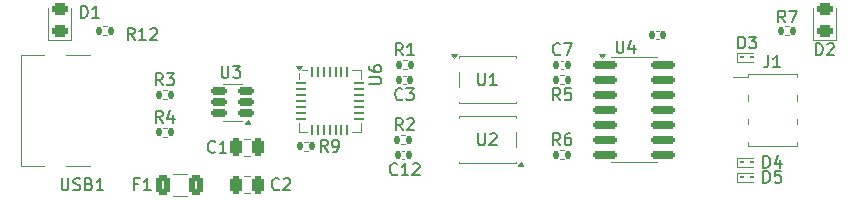
<source format=gbr>
%TF.GenerationSoftware,KiCad,Pcbnew,8.0.4+dfsg-1*%
%TF.CreationDate,2024-10-16T21:23:15+02:00*%
%TF.ProjectId,usb-serial,7573622d-7365-4726-9961-6c2e6b696361,rev?*%
%TF.SameCoordinates,Original*%
%TF.FileFunction,Legend,Top*%
%TF.FilePolarity,Positive*%
%FSLAX46Y46*%
G04 Gerber Fmt 4.6, Leading zero omitted, Abs format (unit mm)*
G04 Created by KiCad (PCBNEW 8.0.4+dfsg-1) date 2024-10-16 21:23:15*
%MOMM*%
%LPD*%
G01*
G04 APERTURE LIST*
G04 Aperture macros list*
%AMRoundRect*
0 Rectangle with rounded corners*
0 $1 Rounding radius*
0 $2 $3 $4 $5 $6 $7 $8 $9 X,Y pos of 4 corners*
0 Add a 4 corners polygon primitive as box body*
4,1,4,$2,$3,$4,$5,$6,$7,$8,$9,$2,$3,0*
0 Add four circle primitives for the rounded corners*
1,1,$1+$1,$2,$3*
1,1,$1+$1,$4,$5*
1,1,$1+$1,$6,$7*
1,1,$1+$1,$8,$9*
0 Add four rect primitives between the rounded corners*
20,1,$1+$1,$2,$3,$4,$5,0*
20,1,$1+$1,$4,$5,$6,$7,0*
20,1,$1+$1,$6,$7,$8,$9,0*
20,1,$1+$1,$8,$9,$2,$3,0*%
G04 Aperture macros list end*
%ADD10C,0.150000*%
%ADD11C,0.120000*%
%ADD12RoundRect,0.135000X-0.135000X-0.185000X0.135000X-0.185000X0.135000X0.185000X-0.135000X0.185000X0*%
%ADD13RoundRect,0.243750X0.456250X-0.243750X0.456250X0.243750X-0.456250X0.243750X-0.456250X-0.243750X0*%
%ADD14RoundRect,0.062500X0.117500X0.062500X-0.117500X0.062500X-0.117500X-0.062500X0.117500X-0.062500X0*%
%ADD15RoundRect,0.135000X0.135000X0.185000X-0.135000X0.185000X-0.135000X-0.185000X0.135000X-0.185000X0*%
%ADD16RoundRect,0.140000X-0.140000X-0.170000X0.140000X-0.170000X0.140000X0.170000X-0.140000X0.170000X0*%
%ADD17RoundRect,0.140000X0.140000X0.170000X-0.140000X0.170000X-0.140000X-0.170000X0.140000X-0.170000X0*%
%ADD18RoundRect,0.062500X-0.337500X-0.062500X0.337500X-0.062500X0.337500X0.062500X-0.337500X0.062500X0*%
%ADD19RoundRect,0.062500X-0.062500X-0.337500X0.062500X-0.337500X0.062500X0.337500X-0.062500X0.337500X0*%
%ADD20R,3.350000X3.350000*%
%ADD21RoundRect,0.250000X0.250000X0.475000X-0.250000X0.475000X-0.250000X-0.475000X0.250000X-0.475000X0*%
%ADD22R,2.000000X0.640000*%
%ADD23R,2.580000X1.000000*%
%ADD24RoundRect,0.250000X-0.250000X-0.475000X0.250000X-0.475000X0.250000X0.475000X-0.250000X0.475000X0*%
%ADD25C,0.650000*%
%ADD26R,1.450000X0.600000*%
%ADD27R,1.450000X0.300000*%
%ADD28O,2.100000X1.000000*%
%ADD29O,1.600000X1.000000*%
%ADD30RoundRect,0.150000X0.512500X0.150000X-0.512500X0.150000X-0.512500X-0.150000X0.512500X-0.150000X0*%
%ADD31RoundRect,0.150000X-0.825000X-0.150000X0.825000X-0.150000X0.825000X0.150000X-0.825000X0.150000X0*%
%ADD32RoundRect,0.250000X0.375000X0.625000X-0.375000X0.625000X-0.375000X-0.625000X0.375000X-0.625000X0*%
G04 APERTURE END LIST*
D10*
X30948333Y-22679819D02*
X30615000Y-22203628D01*
X30376905Y-22679819D02*
X30376905Y-21679819D01*
X30376905Y-21679819D02*
X30757857Y-21679819D01*
X30757857Y-21679819D02*
X30853095Y-21727438D01*
X30853095Y-21727438D02*
X30900714Y-21775057D01*
X30900714Y-21775057D02*
X30948333Y-21870295D01*
X30948333Y-21870295D02*
X30948333Y-22013152D01*
X30948333Y-22013152D02*
X30900714Y-22108390D01*
X30900714Y-22108390D02*
X30853095Y-22156009D01*
X30853095Y-22156009D02*
X30757857Y-22203628D01*
X30757857Y-22203628D02*
X30376905Y-22203628D01*
X31329286Y-21775057D02*
X31376905Y-21727438D01*
X31376905Y-21727438D02*
X31472143Y-21679819D01*
X31472143Y-21679819D02*
X31710238Y-21679819D01*
X31710238Y-21679819D02*
X31805476Y-21727438D01*
X31805476Y-21727438D02*
X31853095Y-21775057D01*
X31853095Y-21775057D02*
X31900714Y-21870295D01*
X31900714Y-21870295D02*
X31900714Y-21965533D01*
X31900714Y-21965533D02*
X31853095Y-22108390D01*
X31853095Y-22108390D02*
X31281667Y-22679819D01*
X31281667Y-22679819D02*
X31900714Y-22679819D01*
X65936905Y-16329819D02*
X65936905Y-15329819D01*
X65936905Y-15329819D02*
X66175000Y-15329819D01*
X66175000Y-15329819D02*
X66317857Y-15377438D01*
X66317857Y-15377438D02*
X66413095Y-15472676D01*
X66413095Y-15472676D02*
X66460714Y-15567914D01*
X66460714Y-15567914D02*
X66508333Y-15758390D01*
X66508333Y-15758390D02*
X66508333Y-15901247D01*
X66508333Y-15901247D02*
X66460714Y-16091723D01*
X66460714Y-16091723D02*
X66413095Y-16186961D01*
X66413095Y-16186961D02*
X66317857Y-16282200D01*
X66317857Y-16282200D02*
X66175000Y-16329819D01*
X66175000Y-16329819D02*
X65936905Y-16329819D01*
X66889286Y-15425057D02*
X66936905Y-15377438D01*
X66936905Y-15377438D02*
X67032143Y-15329819D01*
X67032143Y-15329819D02*
X67270238Y-15329819D01*
X67270238Y-15329819D02*
X67365476Y-15377438D01*
X67365476Y-15377438D02*
X67413095Y-15425057D01*
X67413095Y-15425057D02*
X67460714Y-15520295D01*
X67460714Y-15520295D02*
X67460714Y-15615533D01*
X67460714Y-15615533D02*
X67413095Y-15758390D01*
X67413095Y-15758390D02*
X66841667Y-16329819D01*
X66841667Y-16329819D02*
X67460714Y-16329819D01*
X59371905Y-15764819D02*
X59371905Y-14764819D01*
X59371905Y-14764819D02*
X59610000Y-14764819D01*
X59610000Y-14764819D02*
X59752857Y-14812438D01*
X59752857Y-14812438D02*
X59848095Y-14907676D01*
X59848095Y-14907676D02*
X59895714Y-15002914D01*
X59895714Y-15002914D02*
X59943333Y-15193390D01*
X59943333Y-15193390D02*
X59943333Y-15336247D01*
X59943333Y-15336247D02*
X59895714Y-15526723D01*
X59895714Y-15526723D02*
X59848095Y-15621961D01*
X59848095Y-15621961D02*
X59752857Y-15717200D01*
X59752857Y-15717200D02*
X59610000Y-15764819D01*
X59610000Y-15764819D02*
X59371905Y-15764819D01*
X60276667Y-14764819D02*
X60895714Y-14764819D01*
X60895714Y-14764819D02*
X60562381Y-15145771D01*
X60562381Y-15145771D02*
X60705238Y-15145771D01*
X60705238Y-15145771D02*
X60800476Y-15193390D01*
X60800476Y-15193390D02*
X60848095Y-15241009D01*
X60848095Y-15241009D02*
X60895714Y-15336247D01*
X60895714Y-15336247D02*
X60895714Y-15574342D01*
X60895714Y-15574342D02*
X60848095Y-15669580D01*
X60848095Y-15669580D02*
X60800476Y-15717200D01*
X60800476Y-15717200D02*
X60705238Y-15764819D01*
X60705238Y-15764819D02*
X60419524Y-15764819D01*
X60419524Y-15764819D02*
X60324286Y-15717200D01*
X60324286Y-15717200D02*
X60276667Y-15669580D01*
X61491905Y-25854819D02*
X61491905Y-24854819D01*
X61491905Y-24854819D02*
X61730000Y-24854819D01*
X61730000Y-24854819D02*
X61872857Y-24902438D01*
X61872857Y-24902438D02*
X61968095Y-24997676D01*
X61968095Y-24997676D02*
X62015714Y-25092914D01*
X62015714Y-25092914D02*
X62063333Y-25283390D01*
X62063333Y-25283390D02*
X62063333Y-25426247D01*
X62063333Y-25426247D02*
X62015714Y-25616723D01*
X62015714Y-25616723D02*
X61968095Y-25711961D01*
X61968095Y-25711961D02*
X61872857Y-25807200D01*
X61872857Y-25807200D02*
X61730000Y-25854819D01*
X61730000Y-25854819D02*
X61491905Y-25854819D01*
X62920476Y-25188152D02*
X62920476Y-25854819D01*
X62682381Y-24807200D02*
X62444286Y-25521485D01*
X62444286Y-25521485D02*
X63063333Y-25521485D01*
X10628333Y-18869819D02*
X10295000Y-18393628D01*
X10056905Y-18869819D02*
X10056905Y-17869819D01*
X10056905Y-17869819D02*
X10437857Y-17869819D01*
X10437857Y-17869819D02*
X10533095Y-17917438D01*
X10533095Y-17917438D02*
X10580714Y-17965057D01*
X10580714Y-17965057D02*
X10628333Y-18060295D01*
X10628333Y-18060295D02*
X10628333Y-18203152D01*
X10628333Y-18203152D02*
X10580714Y-18298390D01*
X10580714Y-18298390D02*
X10533095Y-18346009D01*
X10533095Y-18346009D02*
X10437857Y-18393628D01*
X10437857Y-18393628D02*
X10056905Y-18393628D01*
X10961667Y-17869819D02*
X11580714Y-17869819D01*
X11580714Y-17869819D02*
X11247381Y-18250771D01*
X11247381Y-18250771D02*
X11390238Y-18250771D01*
X11390238Y-18250771D02*
X11485476Y-18298390D01*
X11485476Y-18298390D02*
X11533095Y-18346009D01*
X11533095Y-18346009D02*
X11580714Y-18441247D01*
X11580714Y-18441247D02*
X11580714Y-18679342D01*
X11580714Y-18679342D02*
X11533095Y-18774580D01*
X11533095Y-18774580D02*
X11485476Y-18822200D01*
X11485476Y-18822200D02*
X11390238Y-18869819D01*
X11390238Y-18869819D02*
X11104524Y-18869819D01*
X11104524Y-18869819D02*
X11009286Y-18822200D01*
X11009286Y-18822200D02*
X10961667Y-18774580D01*
X63333333Y-13557319D02*
X63000000Y-13081128D01*
X62761905Y-13557319D02*
X62761905Y-12557319D01*
X62761905Y-12557319D02*
X63142857Y-12557319D01*
X63142857Y-12557319D02*
X63238095Y-12604938D01*
X63238095Y-12604938D02*
X63285714Y-12652557D01*
X63285714Y-12652557D02*
X63333333Y-12747795D01*
X63333333Y-12747795D02*
X63333333Y-12890652D01*
X63333333Y-12890652D02*
X63285714Y-12985890D01*
X63285714Y-12985890D02*
X63238095Y-13033509D01*
X63238095Y-13033509D02*
X63142857Y-13081128D01*
X63142857Y-13081128D02*
X62761905Y-13081128D01*
X63666667Y-12557319D02*
X64333333Y-12557319D01*
X64333333Y-12557319D02*
X63904762Y-13557319D01*
X8247142Y-15029819D02*
X7913809Y-14553628D01*
X7675714Y-15029819D02*
X7675714Y-14029819D01*
X7675714Y-14029819D02*
X8056666Y-14029819D01*
X8056666Y-14029819D02*
X8151904Y-14077438D01*
X8151904Y-14077438D02*
X8199523Y-14125057D01*
X8199523Y-14125057D02*
X8247142Y-14220295D01*
X8247142Y-14220295D02*
X8247142Y-14363152D01*
X8247142Y-14363152D02*
X8199523Y-14458390D01*
X8199523Y-14458390D02*
X8151904Y-14506009D01*
X8151904Y-14506009D02*
X8056666Y-14553628D01*
X8056666Y-14553628D02*
X7675714Y-14553628D01*
X9199523Y-15029819D02*
X8628095Y-15029819D01*
X8913809Y-15029819D02*
X8913809Y-14029819D01*
X8913809Y-14029819D02*
X8818571Y-14172676D01*
X8818571Y-14172676D02*
X8723333Y-14267914D01*
X8723333Y-14267914D02*
X8628095Y-14315533D01*
X9580476Y-14125057D02*
X9628095Y-14077438D01*
X9628095Y-14077438D02*
X9723333Y-14029819D01*
X9723333Y-14029819D02*
X9961428Y-14029819D01*
X9961428Y-14029819D02*
X10056666Y-14077438D01*
X10056666Y-14077438D02*
X10104285Y-14125057D01*
X10104285Y-14125057D02*
X10151904Y-14220295D01*
X10151904Y-14220295D02*
X10151904Y-14315533D01*
X10151904Y-14315533D02*
X10104285Y-14458390D01*
X10104285Y-14458390D02*
X9532857Y-15029819D01*
X9532857Y-15029819D02*
X10151904Y-15029819D01*
X30918333Y-20044580D02*
X30870714Y-20092200D01*
X30870714Y-20092200D02*
X30727857Y-20139819D01*
X30727857Y-20139819D02*
X30632619Y-20139819D01*
X30632619Y-20139819D02*
X30489762Y-20092200D01*
X30489762Y-20092200D02*
X30394524Y-19996961D01*
X30394524Y-19996961D02*
X30346905Y-19901723D01*
X30346905Y-19901723D02*
X30299286Y-19711247D01*
X30299286Y-19711247D02*
X30299286Y-19568390D01*
X30299286Y-19568390D02*
X30346905Y-19377914D01*
X30346905Y-19377914D02*
X30394524Y-19282676D01*
X30394524Y-19282676D02*
X30489762Y-19187438D01*
X30489762Y-19187438D02*
X30632619Y-19139819D01*
X30632619Y-19139819D02*
X30727857Y-19139819D01*
X30727857Y-19139819D02*
X30870714Y-19187438D01*
X30870714Y-19187438D02*
X30918333Y-19235057D01*
X31251667Y-19139819D02*
X31870714Y-19139819D01*
X31870714Y-19139819D02*
X31537381Y-19520771D01*
X31537381Y-19520771D02*
X31680238Y-19520771D01*
X31680238Y-19520771D02*
X31775476Y-19568390D01*
X31775476Y-19568390D02*
X31823095Y-19616009D01*
X31823095Y-19616009D02*
X31870714Y-19711247D01*
X31870714Y-19711247D02*
X31870714Y-19949342D01*
X31870714Y-19949342D02*
X31823095Y-20044580D01*
X31823095Y-20044580D02*
X31775476Y-20092200D01*
X31775476Y-20092200D02*
X31680238Y-20139819D01*
X31680238Y-20139819D02*
X31394524Y-20139819D01*
X31394524Y-20139819D02*
X31299286Y-20092200D01*
X31299286Y-20092200D02*
X31251667Y-20044580D01*
X3706905Y-13154819D02*
X3706905Y-12154819D01*
X3706905Y-12154819D02*
X3945000Y-12154819D01*
X3945000Y-12154819D02*
X4087857Y-12202438D01*
X4087857Y-12202438D02*
X4183095Y-12297676D01*
X4183095Y-12297676D02*
X4230714Y-12392914D01*
X4230714Y-12392914D02*
X4278333Y-12583390D01*
X4278333Y-12583390D02*
X4278333Y-12726247D01*
X4278333Y-12726247D02*
X4230714Y-12916723D01*
X4230714Y-12916723D02*
X4183095Y-13011961D01*
X4183095Y-13011961D02*
X4087857Y-13107200D01*
X4087857Y-13107200D02*
X3945000Y-13154819D01*
X3945000Y-13154819D02*
X3706905Y-13154819D01*
X5230714Y-13154819D02*
X4659286Y-13154819D01*
X4945000Y-13154819D02*
X4945000Y-12154819D01*
X4945000Y-12154819D02*
X4849762Y-12297676D01*
X4849762Y-12297676D02*
X4754524Y-12392914D01*
X4754524Y-12392914D02*
X4659286Y-12440533D01*
X28125866Y-18752874D02*
X28935389Y-18752874D01*
X28935389Y-18752874D02*
X29030627Y-18705255D01*
X29030627Y-18705255D02*
X29078247Y-18657636D01*
X29078247Y-18657636D02*
X29125866Y-18562398D01*
X29125866Y-18562398D02*
X29125866Y-18371922D01*
X29125866Y-18371922D02*
X29078247Y-18276684D01*
X29078247Y-18276684D02*
X29030627Y-18229065D01*
X29030627Y-18229065D02*
X28935389Y-18181446D01*
X28935389Y-18181446D02*
X28125866Y-18181446D01*
X28125866Y-17276684D02*
X28125866Y-17467160D01*
X28125866Y-17467160D02*
X28173485Y-17562398D01*
X28173485Y-17562398D02*
X28221104Y-17610017D01*
X28221104Y-17610017D02*
X28363961Y-17705255D01*
X28363961Y-17705255D02*
X28554437Y-17752874D01*
X28554437Y-17752874D02*
X28935389Y-17752874D01*
X28935389Y-17752874D02*
X29030627Y-17705255D01*
X29030627Y-17705255D02*
X29078247Y-17657636D01*
X29078247Y-17657636D02*
X29125866Y-17562398D01*
X29125866Y-17562398D02*
X29125866Y-17371922D01*
X29125866Y-17371922D02*
X29078247Y-17276684D01*
X29078247Y-17276684D02*
X29030627Y-17229065D01*
X29030627Y-17229065D02*
X28935389Y-17181446D01*
X28935389Y-17181446D02*
X28697294Y-17181446D01*
X28697294Y-17181446D02*
X28602056Y-17229065D01*
X28602056Y-17229065D02*
X28554437Y-17276684D01*
X28554437Y-17276684D02*
X28506818Y-17371922D01*
X28506818Y-17371922D02*
X28506818Y-17562398D01*
X28506818Y-17562398D02*
X28554437Y-17657636D01*
X28554437Y-17657636D02*
X28602056Y-17705255D01*
X28602056Y-17705255D02*
X28697294Y-17752874D01*
X61491905Y-27124819D02*
X61491905Y-26124819D01*
X61491905Y-26124819D02*
X61730000Y-26124819D01*
X61730000Y-26124819D02*
X61872857Y-26172438D01*
X61872857Y-26172438D02*
X61968095Y-26267676D01*
X61968095Y-26267676D02*
X62015714Y-26362914D01*
X62015714Y-26362914D02*
X62063333Y-26553390D01*
X62063333Y-26553390D02*
X62063333Y-26696247D01*
X62063333Y-26696247D02*
X62015714Y-26886723D01*
X62015714Y-26886723D02*
X61968095Y-26981961D01*
X61968095Y-26981961D02*
X61872857Y-27077200D01*
X61872857Y-27077200D02*
X61730000Y-27124819D01*
X61730000Y-27124819D02*
X61491905Y-27124819D01*
X62968095Y-26124819D02*
X62491905Y-26124819D01*
X62491905Y-26124819D02*
X62444286Y-26601009D01*
X62444286Y-26601009D02*
X62491905Y-26553390D01*
X62491905Y-26553390D02*
X62587143Y-26505771D01*
X62587143Y-26505771D02*
X62825238Y-26505771D01*
X62825238Y-26505771D02*
X62920476Y-26553390D01*
X62920476Y-26553390D02*
X62968095Y-26601009D01*
X62968095Y-26601009D02*
X63015714Y-26696247D01*
X63015714Y-26696247D02*
X63015714Y-26934342D01*
X63015714Y-26934342D02*
X62968095Y-27029580D01*
X62968095Y-27029580D02*
X62920476Y-27077200D01*
X62920476Y-27077200D02*
X62825238Y-27124819D01*
X62825238Y-27124819D02*
X62587143Y-27124819D01*
X62587143Y-27124819D02*
X62491905Y-27077200D01*
X62491905Y-27077200D02*
X62444286Y-27029580D01*
X20485833Y-27664580D02*
X20438214Y-27712200D01*
X20438214Y-27712200D02*
X20295357Y-27759819D01*
X20295357Y-27759819D02*
X20200119Y-27759819D01*
X20200119Y-27759819D02*
X20057262Y-27712200D01*
X20057262Y-27712200D02*
X19962024Y-27616961D01*
X19962024Y-27616961D02*
X19914405Y-27521723D01*
X19914405Y-27521723D02*
X19866786Y-27331247D01*
X19866786Y-27331247D02*
X19866786Y-27188390D01*
X19866786Y-27188390D02*
X19914405Y-26997914D01*
X19914405Y-26997914D02*
X19962024Y-26902676D01*
X19962024Y-26902676D02*
X20057262Y-26807438D01*
X20057262Y-26807438D02*
X20200119Y-26759819D01*
X20200119Y-26759819D02*
X20295357Y-26759819D01*
X20295357Y-26759819D02*
X20438214Y-26807438D01*
X20438214Y-26807438D02*
X20485833Y-26855057D01*
X20866786Y-26855057D02*
X20914405Y-26807438D01*
X20914405Y-26807438D02*
X21009643Y-26759819D01*
X21009643Y-26759819D02*
X21247738Y-26759819D01*
X21247738Y-26759819D02*
X21342976Y-26807438D01*
X21342976Y-26807438D02*
X21390595Y-26855057D01*
X21390595Y-26855057D02*
X21438214Y-26950295D01*
X21438214Y-26950295D02*
X21438214Y-27045533D01*
X21438214Y-27045533D02*
X21390595Y-27188390D01*
X21390595Y-27188390D02*
X20819167Y-27759819D01*
X20819167Y-27759819D02*
X21438214Y-27759819D01*
X30472142Y-26394580D02*
X30424523Y-26442200D01*
X30424523Y-26442200D02*
X30281666Y-26489819D01*
X30281666Y-26489819D02*
X30186428Y-26489819D01*
X30186428Y-26489819D02*
X30043571Y-26442200D01*
X30043571Y-26442200D02*
X29948333Y-26346961D01*
X29948333Y-26346961D02*
X29900714Y-26251723D01*
X29900714Y-26251723D02*
X29853095Y-26061247D01*
X29853095Y-26061247D02*
X29853095Y-25918390D01*
X29853095Y-25918390D02*
X29900714Y-25727914D01*
X29900714Y-25727914D02*
X29948333Y-25632676D01*
X29948333Y-25632676D02*
X30043571Y-25537438D01*
X30043571Y-25537438D02*
X30186428Y-25489819D01*
X30186428Y-25489819D02*
X30281666Y-25489819D01*
X30281666Y-25489819D02*
X30424523Y-25537438D01*
X30424523Y-25537438D02*
X30472142Y-25585057D01*
X31424523Y-26489819D02*
X30853095Y-26489819D01*
X31138809Y-26489819D02*
X31138809Y-25489819D01*
X31138809Y-25489819D02*
X31043571Y-25632676D01*
X31043571Y-25632676D02*
X30948333Y-25727914D01*
X30948333Y-25727914D02*
X30853095Y-25775533D01*
X31805476Y-25585057D02*
X31853095Y-25537438D01*
X31853095Y-25537438D02*
X31948333Y-25489819D01*
X31948333Y-25489819D02*
X32186428Y-25489819D01*
X32186428Y-25489819D02*
X32281666Y-25537438D01*
X32281666Y-25537438D02*
X32329285Y-25585057D01*
X32329285Y-25585057D02*
X32376904Y-25680295D01*
X32376904Y-25680295D02*
X32376904Y-25775533D01*
X32376904Y-25775533D02*
X32329285Y-25918390D01*
X32329285Y-25918390D02*
X31757857Y-26489819D01*
X31757857Y-26489819D02*
X32376904Y-26489819D01*
X30948333Y-16329819D02*
X30615000Y-15853628D01*
X30376905Y-16329819D02*
X30376905Y-15329819D01*
X30376905Y-15329819D02*
X30757857Y-15329819D01*
X30757857Y-15329819D02*
X30853095Y-15377438D01*
X30853095Y-15377438D02*
X30900714Y-15425057D01*
X30900714Y-15425057D02*
X30948333Y-15520295D01*
X30948333Y-15520295D02*
X30948333Y-15663152D01*
X30948333Y-15663152D02*
X30900714Y-15758390D01*
X30900714Y-15758390D02*
X30853095Y-15806009D01*
X30853095Y-15806009D02*
X30757857Y-15853628D01*
X30757857Y-15853628D02*
X30376905Y-15853628D01*
X31900714Y-16329819D02*
X31329286Y-16329819D01*
X31615000Y-16329819D02*
X31615000Y-15329819D01*
X31615000Y-15329819D02*
X31519762Y-15472676D01*
X31519762Y-15472676D02*
X31424524Y-15567914D01*
X31424524Y-15567914D02*
X31329286Y-15615533D01*
X44283333Y-20139819D02*
X43950000Y-19663628D01*
X43711905Y-20139819D02*
X43711905Y-19139819D01*
X43711905Y-19139819D02*
X44092857Y-19139819D01*
X44092857Y-19139819D02*
X44188095Y-19187438D01*
X44188095Y-19187438D02*
X44235714Y-19235057D01*
X44235714Y-19235057D02*
X44283333Y-19330295D01*
X44283333Y-19330295D02*
X44283333Y-19473152D01*
X44283333Y-19473152D02*
X44235714Y-19568390D01*
X44235714Y-19568390D02*
X44188095Y-19616009D01*
X44188095Y-19616009D02*
X44092857Y-19663628D01*
X44092857Y-19663628D02*
X43711905Y-19663628D01*
X45188095Y-19139819D02*
X44711905Y-19139819D01*
X44711905Y-19139819D02*
X44664286Y-19616009D01*
X44664286Y-19616009D02*
X44711905Y-19568390D01*
X44711905Y-19568390D02*
X44807143Y-19520771D01*
X44807143Y-19520771D02*
X45045238Y-19520771D01*
X45045238Y-19520771D02*
X45140476Y-19568390D01*
X45140476Y-19568390D02*
X45188095Y-19616009D01*
X45188095Y-19616009D02*
X45235714Y-19711247D01*
X45235714Y-19711247D02*
X45235714Y-19949342D01*
X45235714Y-19949342D02*
X45188095Y-20044580D01*
X45188095Y-20044580D02*
X45140476Y-20092200D01*
X45140476Y-20092200D02*
X45045238Y-20139819D01*
X45045238Y-20139819D02*
X44807143Y-20139819D01*
X44807143Y-20139819D02*
X44711905Y-20092200D01*
X44711905Y-20092200D02*
X44664286Y-20044580D01*
X24598333Y-24494819D02*
X24265000Y-24018628D01*
X24026905Y-24494819D02*
X24026905Y-23494819D01*
X24026905Y-23494819D02*
X24407857Y-23494819D01*
X24407857Y-23494819D02*
X24503095Y-23542438D01*
X24503095Y-23542438D02*
X24550714Y-23590057D01*
X24550714Y-23590057D02*
X24598333Y-23685295D01*
X24598333Y-23685295D02*
X24598333Y-23828152D01*
X24598333Y-23828152D02*
X24550714Y-23923390D01*
X24550714Y-23923390D02*
X24503095Y-23971009D01*
X24503095Y-23971009D02*
X24407857Y-24018628D01*
X24407857Y-24018628D02*
X24026905Y-24018628D01*
X25074524Y-24494819D02*
X25265000Y-24494819D01*
X25265000Y-24494819D02*
X25360238Y-24447200D01*
X25360238Y-24447200D02*
X25407857Y-24399580D01*
X25407857Y-24399580D02*
X25503095Y-24256723D01*
X25503095Y-24256723D02*
X25550714Y-24066247D01*
X25550714Y-24066247D02*
X25550714Y-23685295D01*
X25550714Y-23685295D02*
X25503095Y-23590057D01*
X25503095Y-23590057D02*
X25455476Y-23542438D01*
X25455476Y-23542438D02*
X25360238Y-23494819D01*
X25360238Y-23494819D02*
X25169762Y-23494819D01*
X25169762Y-23494819D02*
X25074524Y-23542438D01*
X25074524Y-23542438D02*
X25026905Y-23590057D01*
X25026905Y-23590057D02*
X24979286Y-23685295D01*
X24979286Y-23685295D02*
X24979286Y-23923390D01*
X24979286Y-23923390D02*
X25026905Y-24018628D01*
X25026905Y-24018628D02*
X25074524Y-24066247D01*
X25074524Y-24066247D02*
X25169762Y-24113866D01*
X25169762Y-24113866D02*
X25360238Y-24113866D01*
X25360238Y-24113866D02*
X25455476Y-24066247D01*
X25455476Y-24066247D02*
X25503095Y-24018628D01*
X25503095Y-24018628D02*
X25550714Y-23923390D01*
X10628333Y-22044819D02*
X10295000Y-21568628D01*
X10056905Y-22044819D02*
X10056905Y-21044819D01*
X10056905Y-21044819D02*
X10437857Y-21044819D01*
X10437857Y-21044819D02*
X10533095Y-21092438D01*
X10533095Y-21092438D02*
X10580714Y-21140057D01*
X10580714Y-21140057D02*
X10628333Y-21235295D01*
X10628333Y-21235295D02*
X10628333Y-21378152D01*
X10628333Y-21378152D02*
X10580714Y-21473390D01*
X10580714Y-21473390D02*
X10533095Y-21521009D01*
X10533095Y-21521009D02*
X10437857Y-21568628D01*
X10437857Y-21568628D02*
X10056905Y-21568628D01*
X11485476Y-21378152D02*
X11485476Y-22044819D01*
X11247381Y-20997200D02*
X11009286Y-21711485D01*
X11009286Y-21711485D02*
X11628333Y-21711485D01*
X37338095Y-17869819D02*
X37338095Y-18679342D01*
X37338095Y-18679342D02*
X37385714Y-18774580D01*
X37385714Y-18774580D02*
X37433333Y-18822200D01*
X37433333Y-18822200D02*
X37528571Y-18869819D01*
X37528571Y-18869819D02*
X37719047Y-18869819D01*
X37719047Y-18869819D02*
X37814285Y-18822200D01*
X37814285Y-18822200D02*
X37861904Y-18774580D01*
X37861904Y-18774580D02*
X37909523Y-18679342D01*
X37909523Y-18679342D02*
X37909523Y-17869819D01*
X38909523Y-18869819D02*
X38338095Y-18869819D01*
X38623809Y-18869819D02*
X38623809Y-17869819D01*
X38623809Y-17869819D02*
X38528571Y-18012676D01*
X38528571Y-18012676D02*
X38433333Y-18107914D01*
X38433333Y-18107914D02*
X38338095Y-18155533D01*
X61896666Y-16349819D02*
X61896666Y-17064104D01*
X61896666Y-17064104D02*
X61849047Y-17206961D01*
X61849047Y-17206961D02*
X61753809Y-17302200D01*
X61753809Y-17302200D02*
X61610952Y-17349819D01*
X61610952Y-17349819D02*
X61515714Y-17349819D01*
X62896666Y-17349819D02*
X62325238Y-17349819D01*
X62610952Y-17349819D02*
X62610952Y-16349819D01*
X62610952Y-16349819D02*
X62515714Y-16492676D01*
X62515714Y-16492676D02*
X62420476Y-16587914D01*
X62420476Y-16587914D02*
X62325238Y-16635533D01*
X37338095Y-22949819D02*
X37338095Y-23759342D01*
X37338095Y-23759342D02*
X37385714Y-23854580D01*
X37385714Y-23854580D02*
X37433333Y-23902200D01*
X37433333Y-23902200D02*
X37528571Y-23949819D01*
X37528571Y-23949819D02*
X37719047Y-23949819D01*
X37719047Y-23949819D02*
X37814285Y-23902200D01*
X37814285Y-23902200D02*
X37861904Y-23854580D01*
X37861904Y-23854580D02*
X37909523Y-23759342D01*
X37909523Y-23759342D02*
X37909523Y-22949819D01*
X38338095Y-23045057D02*
X38385714Y-22997438D01*
X38385714Y-22997438D02*
X38480952Y-22949819D01*
X38480952Y-22949819D02*
X38719047Y-22949819D01*
X38719047Y-22949819D02*
X38814285Y-22997438D01*
X38814285Y-22997438D02*
X38861904Y-23045057D01*
X38861904Y-23045057D02*
X38909523Y-23140295D01*
X38909523Y-23140295D02*
X38909523Y-23235533D01*
X38909523Y-23235533D02*
X38861904Y-23378390D01*
X38861904Y-23378390D02*
X38290476Y-23949819D01*
X38290476Y-23949819D02*
X38909523Y-23949819D01*
X44283333Y-23949819D02*
X43950000Y-23473628D01*
X43711905Y-23949819D02*
X43711905Y-22949819D01*
X43711905Y-22949819D02*
X44092857Y-22949819D01*
X44092857Y-22949819D02*
X44188095Y-22997438D01*
X44188095Y-22997438D02*
X44235714Y-23045057D01*
X44235714Y-23045057D02*
X44283333Y-23140295D01*
X44283333Y-23140295D02*
X44283333Y-23283152D01*
X44283333Y-23283152D02*
X44235714Y-23378390D01*
X44235714Y-23378390D02*
X44188095Y-23426009D01*
X44188095Y-23426009D02*
X44092857Y-23473628D01*
X44092857Y-23473628D02*
X43711905Y-23473628D01*
X45140476Y-22949819D02*
X44950000Y-22949819D01*
X44950000Y-22949819D02*
X44854762Y-22997438D01*
X44854762Y-22997438D02*
X44807143Y-23045057D01*
X44807143Y-23045057D02*
X44711905Y-23187914D01*
X44711905Y-23187914D02*
X44664286Y-23378390D01*
X44664286Y-23378390D02*
X44664286Y-23759342D01*
X44664286Y-23759342D02*
X44711905Y-23854580D01*
X44711905Y-23854580D02*
X44759524Y-23902200D01*
X44759524Y-23902200D02*
X44854762Y-23949819D01*
X44854762Y-23949819D02*
X45045238Y-23949819D01*
X45045238Y-23949819D02*
X45140476Y-23902200D01*
X45140476Y-23902200D02*
X45188095Y-23854580D01*
X45188095Y-23854580D02*
X45235714Y-23759342D01*
X45235714Y-23759342D02*
X45235714Y-23521247D01*
X45235714Y-23521247D02*
X45188095Y-23426009D01*
X45188095Y-23426009D02*
X45140476Y-23378390D01*
X45140476Y-23378390D02*
X45045238Y-23330771D01*
X45045238Y-23330771D02*
X44854762Y-23330771D01*
X44854762Y-23330771D02*
X44759524Y-23378390D01*
X44759524Y-23378390D02*
X44711905Y-23426009D01*
X44711905Y-23426009D02*
X44664286Y-23521247D01*
X15073333Y-24489580D02*
X15025714Y-24537200D01*
X15025714Y-24537200D02*
X14882857Y-24584819D01*
X14882857Y-24584819D02*
X14787619Y-24584819D01*
X14787619Y-24584819D02*
X14644762Y-24537200D01*
X14644762Y-24537200D02*
X14549524Y-24441961D01*
X14549524Y-24441961D02*
X14501905Y-24346723D01*
X14501905Y-24346723D02*
X14454286Y-24156247D01*
X14454286Y-24156247D02*
X14454286Y-24013390D01*
X14454286Y-24013390D02*
X14501905Y-23822914D01*
X14501905Y-23822914D02*
X14549524Y-23727676D01*
X14549524Y-23727676D02*
X14644762Y-23632438D01*
X14644762Y-23632438D02*
X14787619Y-23584819D01*
X14787619Y-23584819D02*
X14882857Y-23584819D01*
X14882857Y-23584819D02*
X15025714Y-23632438D01*
X15025714Y-23632438D02*
X15073333Y-23680057D01*
X16025714Y-24584819D02*
X15454286Y-24584819D01*
X15740000Y-24584819D02*
X15740000Y-23584819D01*
X15740000Y-23584819D02*
X15644762Y-23727676D01*
X15644762Y-23727676D02*
X15549524Y-23822914D01*
X15549524Y-23822914D02*
X15454286Y-23870533D01*
X2071905Y-26759819D02*
X2071905Y-27569342D01*
X2071905Y-27569342D02*
X2119524Y-27664580D01*
X2119524Y-27664580D02*
X2167143Y-27712200D01*
X2167143Y-27712200D02*
X2262381Y-27759819D01*
X2262381Y-27759819D02*
X2452857Y-27759819D01*
X2452857Y-27759819D02*
X2548095Y-27712200D01*
X2548095Y-27712200D02*
X2595714Y-27664580D01*
X2595714Y-27664580D02*
X2643333Y-27569342D01*
X2643333Y-27569342D02*
X2643333Y-26759819D01*
X3071905Y-27712200D02*
X3214762Y-27759819D01*
X3214762Y-27759819D02*
X3452857Y-27759819D01*
X3452857Y-27759819D02*
X3548095Y-27712200D01*
X3548095Y-27712200D02*
X3595714Y-27664580D01*
X3595714Y-27664580D02*
X3643333Y-27569342D01*
X3643333Y-27569342D02*
X3643333Y-27474104D01*
X3643333Y-27474104D02*
X3595714Y-27378866D01*
X3595714Y-27378866D02*
X3548095Y-27331247D01*
X3548095Y-27331247D02*
X3452857Y-27283628D01*
X3452857Y-27283628D02*
X3262381Y-27236009D01*
X3262381Y-27236009D02*
X3167143Y-27188390D01*
X3167143Y-27188390D02*
X3119524Y-27140771D01*
X3119524Y-27140771D02*
X3071905Y-27045533D01*
X3071905Y-27045533D02*
X3071905Y-26950295D01*
X3071905Y-26950295D02*
X3119524Y-26855057D01*
X3119524Y-26855057D02*
X3167143Y-26807438D01*
X3167143Y-26807438D02*
X3262381Y-26759819D01*
X3262381Y-26759819D02*
X3500476Y-26759819D01*
X3500476Y-26759819D02*
X3643333Y-26807438D01*
X4405238Y-27236009D02*
X4548095Y-27283628D01*
X4548095Y-27283628D02*
X4595714Y-27331247D01*
X4595714Y-27331247D02*
X4643333Y-27426485D01*
X4643333Y-27426485D02*
X4643333Y-27569342D01*
X4643333Y-27569342D02*
X4595714Y-27664580D01*
X4595714Y-27664580D02*
X4548095Y-27712200D01*
X4548095Y-27712200D02*
X4452857Y-27759819D01*
X4452857Y-27759819D02*
X4071905Y-27759819D01*
X4071905Y-27759819D02*
X4071905Y-26759819D01*
X4071905Y-26759819D02*
X4405238Y-26759819D01*
X4405238Y-26759819D02*
X4500476Y-26807438D01*
X4500476Y-26807438D02*
X4548095Y-26855057D01*
X4548095Y-26855057D02*
X4595714Y-26950295D01*
X4595714Y-26950295D02*
X4595714Y-27045533D01*
X4595714Y-27045533D02*
X4548095Y-27140771D01*
X4548095Y-27140771D02*
X4500476Y-27188390D01*
X4500476Y-27188390D02*
X4405238Y-27236009D01*
X4405238Y-27236009D02*
X4071905Y-27236009D01*
X5595714Y-27759819D02*
X5024286Y-27759819D01*
X5310000Y-27759819D02*
X5310000Y-26759819D01*
X5310000Y-26759819D02*
X5214762Y-26902676D01*
X5214762Y-26902676D02*
X5119524Y-26997914D01*
X5119524Y-26997914D02*
X5024286Y-27045533D01*
X15615595Y-17234819D02*
X15615595Y-18044342D01*
X15615595Y-18044342D02*
X15663214Y-18139580D01*
X15663214Y-18139580D02*
X15710833Y-18187200D01*
X15710833Y-18187200D02*
X15806071Y-18234819D01*
X15806071Y-18234819D02*
X15996547Y-18234819D01*
X15996547Y-18234819D02*
X16091785Y-18187200D01*
X16091785Y-18187200D02*
X16139404Y-18139580D01*
X16139404Y-18139580D02*
X16187023Y-18044342D01*
X16187023Y-18044342D02*
X16187023Y-17234819D01*
X16567976Y-17234819D02*
X17187023Y-17234819D01*
X17187023Y-17234819D02*
X16853690Y-17615771D01*
X16853690Y-17615771D02*
X16996547Y-17615771D01*
X16996547Y-17615771D02*
X17091785Y-17663390D01*
X17091785Y-17663390D02*
X17139404Y-17711009D01*
X17139404Y-17711009D02*
X17187023Y-17806247D01*
X17187023Y-17806247D02*
X17187023Y-18044342D01*
X17187023Y-18044342D02*
X17139404Y-18139580D01*
X17139404Y-18139580D02*
X17091785Y-18187200D01*
X17091785Y-18187200D02*
X16996547Y-18234819D01*
X16996547Y-18234819D02*
X16710833Y-18234819D01*
X16710833Y-18234819D02*
X16615595Y-18187200D01*
X16615595Y-18187200D02*
X16567976Y-18139580D01*
X44283333Y-16234580D02*
X44235714Y-16282200D01*
X44235714Y-16282200D02*
X44092857Y-16329819D01*
X44092857Y-16329819D02*
X43997619Y-16329819D01*
X43997619Y-16329819D02*
X43854762Y-16282200D01*
X43854762Y-16282200D02*
X43759524Y-16186961D01*
X43759524Y-16186961D02*
X43711905Y-16091723D01*
X43711905Y-16091723D02*
X43664286Y-15901247D01*
X43664286Y-15901247D02*
X43664286Y-15758390D01*
X43664286Y-15758390D02*
X43711905Y-15567914D01*
X43711905Y-15567914D02*
X43759524Y-15472676D01*
X43759524Y-15472676D02*
X43854762Y-15377438D01*
X43854762Y-15377438D02*
X43997619Y-15329819D01*
X43997619Y-15329819D02*
X44092857Y-15329819D01*
X44092857Y-15329819D02*
X44235714Y-15377438D01*
X44235714Y-15377438D02*
X44283333Y-15425057D01*
X44616667Y-15329819D02*
X45283333Y-15329819D01*
X45283333Y-15329819D02*
X44854762Y-16329819D01*
X49056095Y-15129819D02*
X49056095Y-15939342D01*
X49056095Y-15939342D02*
X49103714Y-16034580D01*
X49103714Y-16034580D02*
X49151333Y-16082200D01*
X49151333Y-16082200D02*
X49246571Y-16129819D01*
X49246571Y-16129819D02*
X49437047Y-16129819D01*
X49437047Y-16129819D02*
X49532285Y-16082200D01*
X49532285Y-16082200D02*
X49579904Y-16034580D01*
X49579904Y-16034580D02*
X49627523Y-15939342D01*
X49627523Y-15939342D02*
X49627523Y-15129819D01*
X50532285Y-15463152D02*
X50532285Y-16129819D01*
X50294190Y-15082200D02*
X50056095Y-15796485D01*
X50056095Y-15796485D02*
X50675142Y-15796485D01*
X8556666Y-27236009D02*
X8223333Y-27236009D01*
X8223333Y-27759819D02*
X8223333Y-26759819D01*
X8223333Y-26759819D02*
X8699523Y-26759819D01*
X9604285Y-27759819D02*
X9032857Y-27759819D01*
X9318571Y-27759819D02*
X9318571Y-26759819D01*
X9318571Y-26759819D02*
X9223333Y-26902676D01*
X9223333Y-26902676D02*
X9128095Y-26997914D01*
X9128095Y-26997914D02*
X9032857Y-27045533D01*
D11*
%TO.C,R2*%
X30836359Y-23115000D02*
X31143641Y-23115000D01*
X30836359Y-23875000D02*
X31143641Y-23875000D01*
%TO.C,D2*%
X65715000Y-12335000D02*
X65715000Y-15020000D01*
X65715000Y-15020000D02*
X67635000Y-15020000D01*
X67635000Y-15020000D02*
X67635000Y-12335000D01*
%TO.C,D3*%
X59250000Y-16110000D02*
X59250000Y-16910000D01*
X60610000Y-16110000D02*
X59250000Y-16110000D01*
X60610000Y-16910000D02*
X59250000Y-16910000D01*
%TO.C,D4*%
X59250000Y-25000000D02*
X59250000Y-25800000D01*
X60610000Y-25000000D02*
X59250000Y-25000000D01*
X60610000Y-25800000D02*
X59250000Y-25800000D01*
%TO.C,R3*%
X10948641Y-19305000D02*
X10641359Y-19305000D01*
X10948641Y-20065000D02*
X10641359Y-20065000D01*
%TO.C,R7*%
X63346359Y-13892500D02*
X63653641Y-13892500D01*
X63346359Y-14652500D02*
X63653641Y-14652500D01*
%TO.C,R12*%
X5868641Y-13892500D02*
X5561359Y-13892500D01*
X5868641Y-14652500D02*
X5561359Y-14652500D01*
%TO.C,C3*%
X30977164Y-18055000D02*
X31192836Y-18055000D01*
X30977164Y-18775000D02*
X31192836Y-18775000D01*
%TO.C,D1*%
X945000Y-12335000D02*
X945000Y-15020000D01*
X945000Y-15020000D02*
X2865000Y-15020000D01*
X2865000Y-15020000D02*
X2865000Y-12335000D01*
%TO.C,C4*%
X52615336Y-14245000D02*
X52399664Y-14245000D01*
X52615336Y-14965000D02*
X52399664Y-14965000D01*
%TO.C,U6*%
X22155000Y-18345000D02*
X22155000Y-17860000D01*
X22155000Y-22840000D02*
X22155000Y-22115000D01*
X22880000Y-17620000D02*
X22455000Y-17620000D01*
X22880000Y-22840000D02*
X22155000Y-22840000D01*
X26650000Y-17620000D02*
X27375000Y-17620000D01*
X26650000Y-22840000D02*
X27375000Y-22840000D01*
X27375000Y-17620000D02*
X27375000Y-18345000D01*
X27375000Y-22840000D02*
X27375000Y-22115000D01*
X22155000Y-17620000D02*
X21915000Y-17290000D01*
X22395000Y-17290000D01*
X22155000Y-17620000D01*
G36*
X22155000Y-17620000D02*
G01*
X21915000Y-17290000D01*
X22395000Y-17290000D01*
X22155000Y-17620000D01*
G37*
%TO.C,D5*%
X59250000Y-26270000D02*
X59250000Y-27070000D01*
X60610000Y-26270000D02*
X59250000Y-26270000D01*
X60610000Y-27070000D02*
X59250000Y-27070000D01*
%TO.C,C2*%
X18041252Y-26570000D02*
X17518748Y-26570000D01*
X18041252Y-28040000D02*
X17518748Y-28040000D01*
%TO.C,C12*%
X31097836Y-24405000D02*
X30882164Y-24405000D01*
X31097836Y-25125000D02*
X30882164Y-25125000D01*
%TO.C,R1*%
X30961359Y-16765000D02*
X31268641Y-16765000D01*
X30961359Y-17525000D02*
X31268641Y-17525000D01*
%TO.C,R5*%
X44603641Y-18035000D02*
X44296359Y-18035000D01*
X44603641Y-18795000D02*
X44296359Y-18795000D01*
%TO.C,R9*%
X22888641Y-23660000D02*
X22581359Y-23660000D01*
X22888641Y-24420000D02*
X22581359Y-24420000D01*
%TO.C,R4*%
X10948641Y-22480000D02*
X10641359Y-22480000D01*
X10948641Y-23240000D02*
X10641359Y-23240000D01*
%TO.C,U1*%
X35700000Y-16415000D02*
X40500000Y-16415000D01*
X35700000Y-16565000D02*
X35700000Y-16415000D01*
X35700000Y-19065000D02*
X35700000Y-17765000D01*
X35700000Y-20415000D02*
X35700000Y-20265000D01*
X40500000Y-16415000D02*
X40500000Y-16565000D01*
X40500000Y-20265000D02*
X40500000Y-20415000D01*
X40500000Y-20415000D02*
X35700000Y-20415000D01*
X35275000Y-16565000D02*
X35035000Y-16235000D01*
X35515000Y-16235000D01*
X35275000Y-16565000D01*
G36*
X35275000Y-16565000D02*
G01*
X35035000Y-16235000D01*
X35515000Y-16235000D01*
X35275000Y-16565000D01*
G37*
%TO.C,J1*%
X58915000Y-18195000D02*
X60170000Y-18195000D01*
X60170000Y-17895000D02*
X60170000Y-18195000D01*
X60170000Y-17895000D02*
X64290000Y-17895000D01*
X60170000Y-19715000D02*
X60170000Y-20195000D01*
X60170000Y-21715000D02*
X60170000Y-22195000D01*
X60170000Y-23715000D02*
X60170000Y-24015000D01*
X60170000Y-24015000D02*
X64290000Y-24015000D01*
X64290000Y-17895000D02*
X64290000Y-18195000D01*
X64290000Y-19715000D02*
X64290000Y-20195000D01*
X64290000Y-21715000D02*
X64290000Y-22195000D01*
X64290000Y-23715000D02*
X64290000Y-24015000D01*
%TO.C,U2*%
X35700000Y-21495000D02*
X40500000Y-21495000D01*
X35700000Y-21645000D02*
X35700000Y-21495000D01*
X35700000Y-25495000D02*
X35700000Y-25345000D01*
X40500000Y-21495000D02*
X40500000Y-21645000D01*
X40500000Y-22845000D02*
X40500000Y-24145000D01*
X40500000Y-25345000D02*
X40500000Y-25495000D01*
X40500000Y-25495000D02*
X35700000Y-25495000D01*
X41165000Y-25675000D02*
X40685000Y-25675000D01*
X40925000Y-25345000D01*
X41165000Y-25675000D01*
G36*
X41165000Y-25675000D02*
G01*
X40685000Y-25675000D01*
X40925000Y-25345000D01*
X41165000Y-25675000D01*
G37*
%TO.C,R6*%
X44296359Y-24385000D02*
X44603641Y-24385000D01*
X44296359Y-25145000D02*
X44603641Y-25145000D01*
%TO.C,C1*%
X17518748Y-23395000D02*
X18041252Y-23395000D01*
X17518748Y-24865000D02*
X18041252Y-24865000D01*
%TO.C,USB1*%
X-1360000Y-16300000D02*
X-1360000Y-25700000D01*
X540000Y-16300000D02*
X-1360000Y-16300000D01*
X540000Y-25700000D02*
X-1360000Y-25700000D01*
X4440000Y-16300000D02*
X2440000Y-16300000D01*
X4440000Y-25700000D02*
X2440000Y-25700000D01*
%TO.C,U3*%
X16510000Y-18760000D02*
X15710000Y-18760000D01*
X16510000Y-18760000D02*
X17310000Y-18760000D01*
X16510000Y-21880000D02*
X15710000Y-21880000D01*
X16510000Y-21880000D02*
X17310000Y-21880000D01*
X18050000Y-22160000D02*
X17570000Y-22160000D01*
X17810000Y-21830000D01*
X18050000Y-22160000D01*
G36*
X18050000Y-22160000D02*
G01*
X17570000Y-22160000D01*
X17810000Y-21830000D01*
X18050000Y-22160000D01*
G37*
%TO.C,C7*%
X44322164Y-16785000D02*
X44537836Y-16785000D01*
X44322164Y-17505000D02*
X44537836Y-17505000D01*
%TO.C,U4*%
X50512500Y-16520000D02*
X48562500Y-16520000D01*
X50512500Y-16520000D02*
X52462500Y-16520000D01*
X50512500Y-25390000D02*
X48562500Y-25390000D01*
X50512500Y-25390000D02*
X52462500Y-25390000D01*
X47812500Y-16585000D02*
X47572500Y-16255000D01*
X48052500Y-16255000D01*
X47812500Y-16585000D01*
G36*
X47812500Y-16585000D02*
G01*
X47572500Y-16255000D01*
X48052500Y-16255000D01*
X47812500Y-16585000D01*
G37*
%TO.C,F1*%
X12667064Y-26395000D02*
X11462936Y-26395000D01*
X12667064Y-28215000D02*
X11462936Y-28215000D01*
%TD*%
%LPC*%
D12*
%TO.C,R2*%
X30480000Y-23495000D03*
X31500000Y-23495000D03*
%TD*%
D13*
%TO.C,D2*%
X66675000Y-14272500D03*
X66675000Y-12397500D03*
%TD*%
D14*
%TO.C,D3*%
X59690000Y-16510000D03*
X60530000Y-16510000D03*
%TD*%
%TO.C,D4*%
X59690000Y-25400000D03*
X60530000Y-25400000D03*
%TD*%
D15*
%TO.C,R3*%
X11305000Y-19685000D03*
X10285000Y-19685000D03*
%TD*%
D12*
%TO.C,R7*%
X62990000Y-14272500D03*
X64010000Y-14272500D03*
%TD*%
D15*
%TO.C,R12*%
X6225000Y-14272500D03*
X5205000Y-14272500D03*
%TD*%
D16*
%TO.C,C3*%
X30605000Y-18415000D03*
X31565000Y-18415000D03*
%TD*%
D13*
%TO.C,D1*%
X1905000Y-14272500D03*
X1905000Y-12397500D03*
%TD*%
D17*
%TO.C,C4*%
X52987500Y-14605000D03*
X52027500Y-14605000D03*
%TD*%
D18*
%TO.C,U6*%
X22315000Y-18730000D03*
X22315000Y-19230000D03*
X22315000Y-19730000D03*
X22315000Y-20230000D03*
X22315000Y-20730000D03*
X22315000Y-21230000D03*
X22315000Y-21730000D03*
D19*
X23265000Y-22680000D03*
X23765000Y-22680000D03*
X24265000Y-22680000D03*
X24765000Y-22680000D03*
X25265000Y-22680000D03*
X25765000Y-22680000D03*
X26265000Y-22680000D03*
D18*
X27215000Y-21730000D03*
X27215000Y-21230000D03*
X27215000Y-20730000D03*
X27215000Y-20230000D03*
X27215000Y-19730000D03*
X27215000Y-19230000D03*
X27215000Y-18730000D03*
D19*
X26265000Y-17780000D03*
X25765000Y-17780000D03*
X25265000Y-17780000D03*
X24765000Y-17780000D03*
X24265000Y-17780000D03*
X23765000Y-17780000D03*
X23265000Y-17780000D03*
D20*
X24765000Y-20230000D03*
%TD*%
D14*
%TO.C,D5*%
X59690000Y-26670000D03*
X60530000Y-26670000D03*
%TD*%
D21*
%TO.C,C2*%
X18730000Y-27305000D03*
X16830000Y-27305000D03*
%TD*%
D17*
%TO.C,C12*%
X31470000Y-24765000D03*
X30510000Y-24765000D03*
%TD*%
D12*
%TO.C,R1*%
X30605000Y-17145000D03*
X31625000Y-17145000D03*
%TD*%
D15*
%TO.C,R5*%
X44960000Y-18415000D03*
X43940000Y-18415000D03*
%TD*%
%TO.C,R9*%
X23245000Y-24040000D03*
X22225000Y-24040000D03*
%TD*%
%TO.C,R4*%
X11305000Y-22860000D03*
X10285000Y-22860000D03*
%TD*%
D22*
%TO.C,U1*%
X34950000Y-17145000D03*
X34950000Y-19685000D03*
X41250000Y-19685000D03*
X41250000Y-18415000D03*
X41250000Y-17145000D03*
%TD*%
D23*
%TO.C,J1*%
X60145000Y-18955000D03*
X64315000Y-18955000D03*
X60145000Y-20955000D03*
X64315000Y-20955000D03*
X60145000Y-22955000D03*
X64315000Y-22955000D03*
%TD*%
D22*
%TO.C,U2*%
X41250000Y-24765000D03*
X41250000Y-22225000D03*
X34950000Y-22225000D03*
X34950000Y-23495000D03*
X34950000Y-24765000D03*
%TD*%
D12*
%TO.C,R6*%
X43940000Y-24765000D03*
X44960000Y-24765000D03*
%TD*%
D24*
%TO.C,C1*%
X16830000Y-24130000D03*
X18730000Y-24130000D03*
%TD*%
D25*
%TO.C,USB1*%
X5140000Y-18110000D03*
X5140000Y-23890000D03*
D26*
X6585000Y-17750000D03*
X6585000Y-18550000D03*
D27*
X6585000Y-19750000D03*
X6585000Y-20750000D03*
X6585000Y-21250000D03*
X6585000Y-22250000D03*
D26*
X6585000Y-23450000D03*
X6585000Y-24250000D03*
D27*
X6585000Y-22750000D03*
X6585000Y-21750000D03*
X6585000Y-20250000D03*
X6585000Y-19250000D03*
D28*
X5670000Y-16680000D03*
D29*
X1490000Y-16680000D03*
D28*
X5670000Y-25320000D03*
D29*
X1490000Y-25320000D03*
%TD*%
D30*
%TO.C,U3*%
X17647500Y-21270000D03*
X17647500Y-20320000D03*
X17647500Y-19370000D03*
X15372500Y-19370000D03*
X15372500Y-20320000D03*
X15372500Y-21270000D03*
%TD*%
D16*
%TO.C,C7*%
X43950000Y-17145000D03*
X44910000Y-17145000D03*
%TD*%
D31*
%TO.C,U4*%
X48037500Y-17145000D03*
X48037500Y-18415000D03*
X48037500Y-19685000D03*
X48037500Y-20955000D03*
X48037500Y-22225000D03*
X48037500Y-23495000D03*
X48037500Y-24765000D03*
X52987500Y-24765000D03*
X52987500Y-23495000D03*
X52987500Y-22225000D03*
X52987500Y-20955000D03*
X52987500Y-19685000D03*
X52987500Y-18415000D03*
X52987500Y-17145000D03*
%TD*%
D32*
%TO.C,F1*%
X13465000Y-27305000D03*
X10665000Y-27305000D03*
%TD*%
%LPD*%
M02*

</source>
